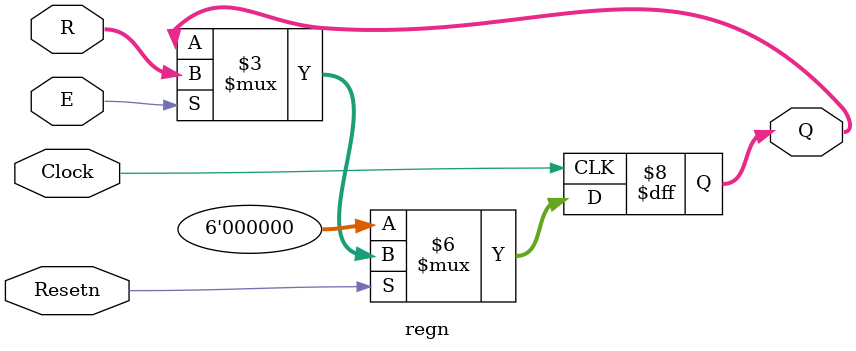
<source format=v>
module hexadecimaldisplay(C, Display); input [3:0] C;
output [6:0] Display; wire [6:0] h;
wire [1:4] x;
assign x = C;
assign h[0] = (x[1] & ~x[3] & ~x[4]) | (x[1] & ~x[2] & ~x[3]) | (x[3] & ~x[4]) | (x[1] & x[2] & x[3]) | ( ~x[2] & ~x[4]) | (~x[1] & x[3]) | (~x[1] & x[2] & x[4]);
assign h[1] = (~x[2]& ~x[4]) | (~x[1] & ~x[2]) | (~x[1] & ~x[3] & ~x[4]) | (~x[1] & x[3] & x[4]) | (x[1] & ~x[3] & x[4]);
assign h[2] = (~x[1] & x[2]) | (~x[3] & x[4]) | (~x[2] & x[3] & x[4]) | (x[1] & ~x[2] & x[3] & ~x[4]) | (x[1] & ~x[2]) | (~x[1] & x[2] & x[3] & ~x[4]) | (~x[1] & ~x[3] & ~x[4]);
assign h[3] = (~x[1]& ~x[2] & ~x[3] & ~x[4]) | (x[2] & ~x[3] & x[4]) | (~x[3] & ~x[4] & x[1]) |(x[4] & x[1] & ~x[2]) | (x[2] & x[3] & ~x[4]) | (~x[1] & ~x[2] & x[3]);

 assign h[4] = (~x[1]& ~x[2] & ~x[3] & ~x[4]) | (~x[3] & ~x[4] & x[1]) | ( x[3] & x[4] & x[1]) | (x[3] & ~x[4]) | (x[1] & x[2]);
assign h[5] = (~x[3] & ~x[4]) | (~x[1] & x[2] & ~x[3]) | (x[1] & x[2] & x[3]) | (x[1] & ~x[2]) | (x[2] & x[3] & ~x[4]);
assign h[6] = (x[1] & ~x[2]) | (x[3] & ~x[4]) | (~x[1] & ~x[2] & x[3]) | (x[1] & x[2] & x[4]) | (~x[1] & x[2] & ~x[3]);
assign Display = ~h;
endmodule
module regn(R, Resetn, E, Clock, Q); input [5:0] R;
input Resetn, E, Clock;
output reg [5:0] Q;
always @(posedge Clock) if (!Resetn)
Q <= 0; else if (E)
Q <= R; endmodule
</source>
